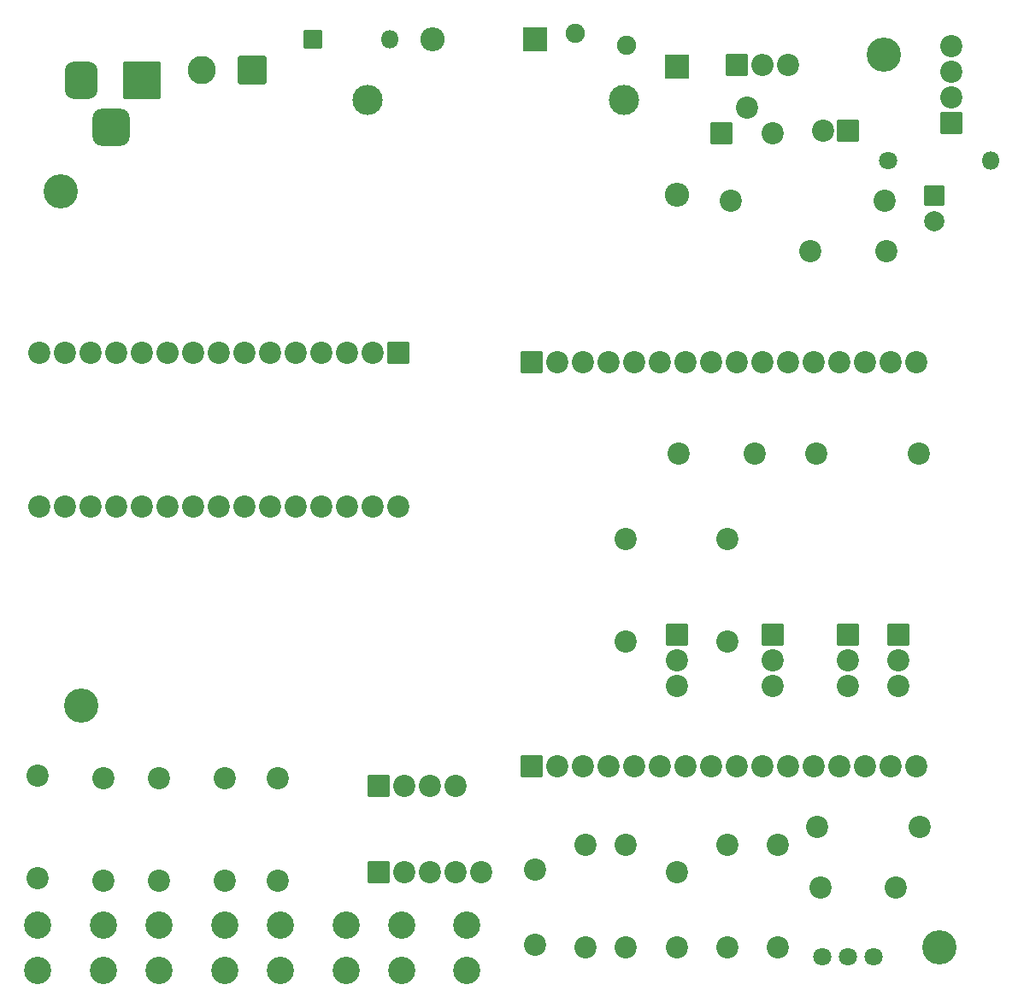
<source format=gbr>
%TF.GenerationSoftware,KiCad,Pcbnew,7.0.0-rc1-unknown-098b03e17a~164~ubuntu22.04.1*%
%TF.CreationDate,2023-01-20T19:13:21-03:00*%
%TF.ProjectId,Placa_base,506c6163-615f-4626-9173-652e6b696361,Rev. 2.0*%
%TF.SameCoordinates,Original*%
%TF.FileFunction,Soldermask,Top*%
%TF.FilePolarity,Negative*%
%FSLAX46Y46*%
G04 Gerber Fmt 4.6, Leading zero omitted, Abs format (unit mm)*
G04 Created by KiCad (PCBNEW 7.0.0-rc1-unknown-098b03e17a~164~ubuntu22.04.1) date 2023-01-20 19:13:21*
%MOMM*%
%LPD*%
G01*
G04 APERTURE LIST*
G04 Aperture macros list*
%AMRoundRect*
0 Rectangle with rounded corners*
0 $1 Rounding radius*
0 $2 $3 $4 $5 $6 $7 $8 $9 X,Y pos of 4 corners*
0 Add a 4 corners polygon primitive as box body*
4,1,4,$2,$3,$4,$5,$6,$7,$8,$9,$2,$3,0*
0 Add four circle primitives for the rounded corners*
1,1,$1+$1,$2,$3*
1,1,$1+$1,$4,$5*
1,1,$1+$1,$6,$7*
1,1,$1+$1,$8,$9*
0 Add four rect primitives between the rounded corners*
20,1,$1+$1,$2,$3,$4,$5,0*
20,1,$1+$1,$4,$5,$6,$7,0*
20,1,$1+$1,$6,$7,$8,$9,0*
20,1,$1+$1,$8,$9,$2,$3,0*%
G04 Aperture macros list end*
%ADD10C,2.200000*%
%ADD11RoundRect,0.100000X-1.000000X-1.000000X1.000000X-1.000000X1.000000X1.000000X-1.000000X1.000000X0*%
%ADD12C,2.800000*%
%ADD13RoundRect,0.100000X1.300000X1.300000X-1.300000X1.300000X-1.300000X-1.300000X1.300000X-1.300000X0*%
%ADD14C,2.700000*%
%ADD15C,3.400000*%
%ADD16C,2.000000*%
%ADD17RoundRect,0.100000X-0.900000X0.900000X-0.900000X-0.900000X0.900000X-0.900000X0.900000X0.900000X0*%
%ADD18O,3.000000X3.000000*%
%ADD19C,3.000000*%
%ADD20O,1.800000X1.800000*%
%ADD21RoundRect,0.100000X-0.800000X-0.800000X0.800000X-0.800000X0.800000X0.800000X-0.800000X0.800000X0*%
%ADD22RoundRect,0.100000X1.000000X1.000000X-1.000000X1.000000X-1.000000X-1.000000X1.000000X-1.000000X0*%
%ADD23RoundRect,0.975000X-0.875000X-0.875000X0.875000X-0.875000X0.875000X0.875000X-0.875000X0.875000X0*%
%ADD24RoundRect,0.850000X-0.750000X-1.000000X0.750000X-1.000000X0.750000X1.000000X-0.750000X1.000000X0*%
%ADD25RoundRect,0.100000X-1.750000X-1.750000X1.750000X-1.750000X1.750000X1.750000X-1.750000X1.750000X0*%
%ADD26C,1.910000*%
%ADD27O,2.200000X2.200000*%
%ADD28RoundRect,0.100000X1.000000X-1.000000X1.000000X1.000000X-1.000000X1.000000X-1.000000X-1.000000X0*%
%ADD29O,2.400000X2.400000*%
%ADD30RoundRect,0.100000X-1.100000X1.100000X-1.100000X-1.100000X1.100000X-1.100000X1.100000X1.100000X0*%
%ADD31C,1.800000*%
%ADD32RoundRect,0.100000X-1.000000X1.000000X-1.000000X-1.000000X1.000000X-1.000000X1.000000X1.000000X0*%
%ADD33RoundRect,0.100000X1.100000X1.100000X-1.100000X1.100000X-1.100000X-1.100000X1.100000X-1.100000X0*%
G04 APERTURE END LIST*
D10*
%TO.C,J7*%
X184000000Y-108080000D03*
X184000000Y-105540000D03*
D11*
X184000000Y-103000000D03*
%TD*%
D12*
%TO.C,J9*%
X137000000Y-47000000D03*
D13*
X142000000Y-47000000D03*
%TD*%
D14*
%TO.C,SW1*%
X120750000Y-131750000D03*
X127250000Y-131750000D03*
X120750000Y-136250000D03*
X127250000Y-136250000D03*
%TD*%
D15*
%TO.C,H3*%
X123000000Y-59000000D03*
%TD*%
%TO.C,H4*%
X204500000Y-45500000D03*
%TD*%
D16*
%TO.C,D3*%
X209500000Y-62040000D03*
D17*
X209500000Y-59500000D03*
%TD*%
D18*
%TO.C,R14*%
X153349999Y-49999999D03*
D19*
X178750000Y-50000000D03*
%TD*%
D10*
%TO.C,J6*%
X193500000Y-108080000D03*
X193500000Y-105540000D03*
D11*
X193500000Y-103000000D03*
%TD*%
D10*
%TO.C,Q2*%
X193540000Y-53250000D03*
X191000000Y-50710000D03*
D11*
X188460000Y-53250000D03*
%TD*%
D10*
%TO.C,C3*%
X170000000Y-133750000D03*
X170000000Y-126250000D03*
%TD*%
%TO.C,R6*%
X144500000Y-127330000D03*
X144500000Y-117170000D03*
%TD*%
%TO.C,R5*%
X208080000Y-122000000D03*
X197920000Y-122000000D03*
%TD*%
D20*
%TO.C,SW5*%
X155619999Y-43999999D03*
D21*
X148000000Y-44000000D03*
%TD*%
D10*
%TO.C,C5*%
X197250000Y-65000000D03*
X204750000Y-65000000D03*
%TD*%
%TO.C,R7*%
X197840000Y-85000000D03*
X208000000Y-85000000D03*
%TD*%
%TO.C,R3*%
X132750000Y-127330000D03*
X132750000Y-117170000D03*
%TD*%
%TO.C,J11*%
X211250000Y-44630000D03*
X211250000Y-47170000D03*
X211250000Y-49710000D03*
D22*
X211250000Y-52250000D03*
%TD*%
D10*
%TO.C,J3*%
X201000000Y-108080000D03*
X201000000Y-105540000D03*
D11*
X201000000Y-103000000D03*
%TD*%
D23*
%TO.C,J10*%
X128000000Y-52700000D03*
D24*
X125000000Y-48000000D03*
D25*
X131000000Y-48000000D03*
%TD*%
D10*
%TO.C,C1*%
X198250000Y-128000000D03*
X205750000Y-128000000D03*
%TD*%
D26*
%TO.C,F1*%
X179050000Y-44600000D03*
X173950000Y-43400000D03*
%TD*%
D10*
%TO.C,Q1*%
X195040000Y-46500000D03*
D27*
X192499999Y-46499999D03*
D11*
X189960000Y-46500000D03*
%TD*%
D10*
%TO.C,R15*%
X204620000Y-60000000D03*
X189380000Y-60000000D03*
%TD*%
%TO.C,R4*%
X139250000Y-127330000D03*
X139250000Y-117170000D03*
%TD*%
%TO.C,J2*%
X207780000Y-116000000D03*
X205240000Y-116000000D03*
X202700000Y-116000000D03*
X200160000Y-116000000D03*
X197620000Y-116000000D03*
X195080000Y-116000000D03*
X192540000Y-116000000D03*
X190000000Y-116000000D03*
X187460000Y-116000000D03*
X184920000Y-116000000D03*
X182380000Y-116000000D03*
X179840000Y-116000000D03*
X177300000Y-116000000D03*
X174760000Y-116000000D03*
X172220000Y-116000000D03*
D28*
X169680000Y-116000000D03*
%TD*%
D10*
%TO.C,R13*%
X179000000Y-103660000D03*
X179000000Y-93500000D03*
%TD*%
%TO.C,R9*%
X179000000Y-123840000D03*
X179000000Y-134000000D03*
%TD*%
%TO.C,R12*%
X189000000Y-103660000D03*
X189000000Y-93500000D03*
%TD*%
D15*
%TO.C,H1*%
X125000000Y-110000000D03*
%TD*%
D29*
%TO.C,D2*%
X183999999Y-59349999D03*
D30*
X184000000Y-46650000D03*
%TD*%
D10*
%TO.C,R8*%
X175000000Y-134000000D03*
X175000000Y-123840000D03*
%TD*%
%TO.C,J1*%
X207780000Y-76000000D03*
X205240000Y-76000000D03*
X202700000Y-76000000D03*
X200160000Y-76000000D03*
X197620000Y-76000000D03*
X195080000Y-76000000D03*
X192540000Y-76000000D03*
X190000000Y-76000000D03*
X187460000Y-76000000D03*
X184920000Y-76000000D03*
X182380000Y-76000000D03*
X179840000Y-76000000D03*
X177300000Y-76000000D03*
X174760000Y-76000000D03*
X172220000Y-76000000D03*
D28*
X169680000Y-76000000D03*
%TD*%
D10*
%TO.C,C6*%
X198500000Y-53000000D03*
D22*
X201000000Y-53000000D03*
%TD*%
D10*
%TO.C,J5*%
X164610000Y-126500000D03*
X162070000Y-126500000D03*
X159530000Y-126500000D03*
X156990000Y-126500000D03*
D28*
X154450000Y-126500000D03*
%TD*%
D10*
%TO.C,C4*%
X184000000Y-134000000D03*
X184000000Y-126500000D03*
%TD*%
D14*
%TO.C,SW3*%
X144750000Y-131750000D03*
X151250000Y-131750000D03*
X144750000Y-136250000D03*
X151250000Y-136250000D03*
%TD*%
D10*
%TO.C,R11*%
X189000000Y-123840000D03*
X189000000Y-134000000D03*
%TD*%
%TO.C,C2*%
X184250000Y-85000000D03*
X191750000Y-85000000D03*
%TD*%
D31*
%TO.C,RV1*%
X198445000Y-134925000D03*
X200985000Y-134925000D03*
X203525000Y-134925000D03*
%TD*%
D10*
%TO.C,R2*%
X120750000Y-116920000D03*
X120750000Y-127080000D03*
%TD*%
D14*
%TO.C,SW2*%
X132750000Y-131750000D03*
X139250000Y-131750000D03*
X132750000Y-136250000D03*
X139250000Y-136250000D03*
%TD*%
%TO.C,SW4*%
X156750000Y-131750000D03*
X163250000Y-131750000D03*
X156750000Y-136250000D03*
X163250000Y-136250000D03*
%TD*%
D10*
%TO.C,J4*%
X206000000Y-108080000D03*
X206000000Y-105540000D03*
D11*
X206000000Y-103000000D03*
%TD*%
D20*
%TO.C,R16*%
X215079999Y-55999999D03*
D31*
X204920000Y-56000000D03*
%TD*%
D10*
%TO.C,A1*%
X156480000Y-90240000D03*
X153940000Y-90240000D03*
X151400000Y-90240000D03*
X148860000Y-90240000D03*
X146320000Y-90240000D03*
X143780000Y-90240000D03*
X141240000Y-90240000D03*
X138700000Y-90240000D03*
X136160000Y-90240000D03*
X133620000Y-90240000D03*
X131080000Y-90240000D03*
X128540000Y-90240000D03*
X126000000Y-90240000D03*
X123460000Y-90240000D03*
X120920000Y-90240000D03*
X120920000Y-75000000D03*
X123460000Y-75000000D03*
X126000000Y-75000000D03*
X128540000Y-75000000D03*
X131080000Y-75000000D03*
D27*
X133619999Y-74999999D03*
D10*
X136160000Y-75000000D03*
X138700000Y-75000000D03*
X141240000Y-75000000D03*
X143780000Y-75000000D03*
X146320000Y-75000000D03*
X148860000Y-75000000D03*
X151400000Y-75000000D03*
X153940000Y-75000000D03*
D32*
X156480000Y-75000000D03*
%TD*%
D10*
%TO.C,R10*%
X194000000Y-134000000D03*
X194000000Y-123840000D03*
%TD*%
%TO.C,J8*%
X162080000Y-118000000D03*
X159540000Y-118000000D03*
X157000000Y-118000000D03*
D28*
X154460000Y-118000000D03*
%TD*%
D29*
%TO.C,D1*%
X159839999Y-43999999D03*
D33*
X170000000Y-44000000D03*
%TD*%
D10*
%TO.C,R1*%
X127250000Y-127330000D03*
X127250000Y-117170000D03*
%TD*%
D15*
%TO.C,H2*%
X210000000Y-134000000D03*
%TD*%
M02*

</source>
